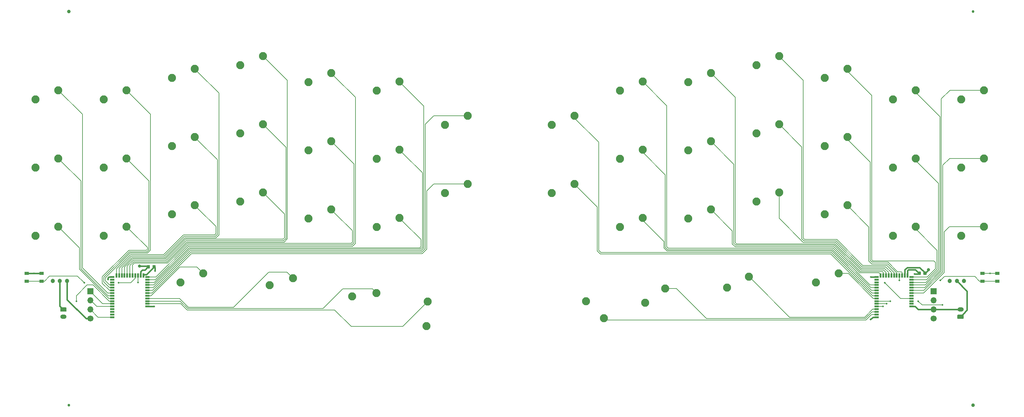
<source format=gtl>
G04 #@! TF.GenerationSoftware,KiCad,Pcbnew,(5.1.4)-1*
G04 #@! TF.CreationDate,2020-01-04T16:57:39+09:00*
G04 #@! TF.ProjectId,caravelle,63617261-7665-46c6-9c65-2e6b69636164,rev?*
G04 #@! TF.SameCoordinates,PX2faf080PY1e84800*
G04 #@! TF.FileFunction,Copper,L1,Top*
G04 #@! TF.FilePolarity,Positive*
%FSLAX46Y46*%
G04 Gerber Fmt 4.6, Leading zero omitted, Abs format (unit mm)*
G04 Created by KiCad (PCBNEW (5.1.4)-1) date 2020-01-04 16:57:39*
%MOMM*%
%LPD*%
G04 APERTURE LIST*
%ADD10C,0.100000*%
%ADD11C,0.875000*%
%ADD12C,1.200000*%
%ADD13C,0.750000*%
%ADD14C,1.000000*%
%ADD15R,1.200000X0.500000*%
%ADD16R,0.500000X1.200000*%
%ADD17C,2.250000*%
%ADD18R,1.700000X1.700000*%
%ADD19O,1.700000X1.700000*%
%ADD20C,1.700000*%
%ADD21R,1.250000X0.850000*%
%ADD22O,1.750000X1.200000*%
%ADD23C,0.500000*%
%ADD24C,0.900000*%
%ADD25C,0.200000*%
%ADD26C,0.400000*%
G04 APERTURE END LIST*
D10*
G36*
X252652691Y-82626053D02*
G01*
X252673926Y-82629203D01*
X252694750Y-82634419D01*
X252714962Y-82641651D01*
X252734368Y-82650830D01*
X252752781Y-82661866D01*
X252770024Y-82674654D01*
X252785930Y-82689070D01*
X252800346Y-82704976D01*
X252813134Y-82722219D01*
X252824170Y-82740632D01*
X252833349Y-82760038D01*
X252840581Y-82780250D01*
X252845797Y-82801074D01*
X252848947Y-82822309D01*
X252850000Y-82843750D01*
X252850000Y-83356250D01*
X252848947Y-83377691D01*
X252845797Y-83398926D01*
X252840581Y-83419750D01*
X252833349Y-83439962D01*
X252824170Y-83459368D01*
X252813134Y-83477781D01*
X252800346Y-83495024D01*
X252785930Y-83510930D01*
X252770024Y-83525346D01*
X252752781Y-83538134D01*
X252734368Y-83549170D01*
X252714962Y-83558349D01*
X252694750Y-83565581D01*
X252673926Y-83570797D01*
X252652691Y-83573947D01*
X252631250Y-83575000D01*
X252193750Y-83575000D01*
X252172309Y-83573947D01*
X252151074Y-83570797D01*
X252130250Y-83565581D01*
X252110038Y-83558349D01*
X252090632Y-83549170D01*
X252072219Y-83538134D01*
X252054976Y-83525346D01*
X252039070Y-83510930D01*
X252024654Y-83495024D01*
X252011866Y-83477781D01*
X252000830Y-83459368D01*
X251991651Y-83439962D01*
X251984419Y-83419750D01*
X251979203Y-83398926D01*
X251976053Y-83377691D01*
X251975000Y-83356250D01*
X251975000Y-82843750D01*
X251976053Y-82822309D01*
X251979203Y-82801074D01*
X251984419Y-82780250D01*
X251991651Y-82760038D01*
X252000830Y-82740632D01*
X252011866Y-82722219D01*
X252024654Y-82704976D01*
X252039070Y-82689070D01*
X252054976Y-82674654D01*
X252072219Y-82661866D01*
X252090632Y-82650830D01*
X252110038Y-82641651D01*
X252130250Y-82634419D01*
X252151074Y-82629203D01*
X252172309Y-82626053D01*
X252193750Y-82625000D01*
X252631250Y-82625000D01*
X252652691Y-82626053D01*
X252652691Y-82626053D01*
G37*
D11*
X252412500Y-83100000D03*
D10*
G36*
X254227691Y-82626053D02*
G01*
X254248926Y-82629203D01*
X254269750Y-82634419D01*
X254289962Y-82641651D01*
X254309368Y-82650830D01*
X254327781Y-82661866D01*
X254345024Y-82674654D01*
X254360930Y-82689070D01*
X254375346Y-82704976D01*
X254388134Y-82722219D01*
X254399170Y-82740632D01*
X254408349Y-82760038D01*
X254415581Y-82780250D01*
X254420797Y-82801074D01*
X254423947Y-82822309D01*
X254425000Y-82843750D01*
X254425000Y-83356250D01*
X254423947Y-83377691D01*
X254420797Y-83398926D01*
X254415581Y-83419750D01*
X254408349Y-83439962D01*
X254399170Y-83459368D01*
X254388134Y-83477781D01*
X254375346Y-83495024D01*
X254360930Y-83510930D01*
X254345024Y-83525346D01*
X254327781Y-83538134D01*
X254309368Y-83549170D01*
X254289962Y-83558349D01*
X254269750Y-83565581D01*
X254248926Y-83570797D01*
X254227691Y-83573947D01*
X254206250Y-83575000D01*
X253768750Y-83575000D01*
X253747309Y-83573947D01*
X253726074Y-83570797D01*
X253705250Y-83565581D01*
X253685038Y-83558349D01*
X253665632Y-83549170D01*
X253647219Y-83538134D01*
X253629976Y-83525346D01*
X253614070Y-83510930D01*
X253599654Y-83495024D01*
X253586866Y-83477781D01*
X253575830Y-83459368D01*
X253566651Y-83439962D01*
X253559419Y-83419750D01*
X253554203Y-83398926D01*
X253551053Y-83377691D01*
X253550000Y-83356250D01*
X253550000Y-82843750D01*
X253551053Y-82822309D01*
X253554203Y-82801074D01*
X253559419Y-82780250D01*
X253566651Y-82760038D01*
X253575830Y-82740632D01*
X253586866Y-82722219D01*
X253599654Y-82704976D01*
X253614070Y-82689070D01*
X253629976Y-82674654D01*
X253647219Y-82661866D01*
X253665632Y-82650830D01*
X253685038Y-82641651D01*
X253705250Y-82634419D01*
X253726074Y-82629203D01*
X253747309Y-82626053D01*
X253768750Y-82625000D01*
X254206250Y-82625000D01*
X254227691Y-82626053D01*
X254227691Y-82626053D01*
G37*
D11*
X253987500Y-83100000D03*
D10*
G36*
X39027691Y-80826053D02*
G01*
X39048926Y-80829203D01*
X39069750Y-80834419D01*
X39089962Y-80841651D01*
X39109368Y-80850830D01*
X39127781Y-80861866D01*
X39145024Y-80874654D01*
X39160930Y-80889070D01*
X39175346Y-80904976D01*
X39188134Y-80922219D01*
X39199170Y-80940632D01*
X39208349Y-80960038D01*
X39215581Y-80980250D01*
X39220797Y-81001074D01*
X39223947Y-81022309D01*
X39225000Y-81043750D01*
X39225000Y-81556250D01*
X39223947Y-81577691D01*
X39220797Y-81598926D01*
X39215581Y-81619750D01*
X39208349Y-81639962D01*
X39199170Y-81659368D01*
X39188134Y-81677781D01*
X39175346Y-81695024D01*
X39160930Y-81710930D01*
X39145024Y-81725346D01*
X39127781Y-81738134D01*
X39109368Y-81749170D01*
X39089962Y-81758349D01*
X39069750Y-81765581D01*
X39048926Y-81770797D01*
X39027691Y-81773947D01*
X39006250Y-81775000D01*
X38568750Y-81775000D01*
X38547309Y-81773947D01*
X38526074Y-81770797D01*
X38505250Y-81765581D01*
X38485038Y-81758349D01*
X38465632Y-81749170D01*
X38447219Y-81738134D01*
X38429976Y-81725346D01*
X38414070Y-81710930D01*
X38399654Y-81695024D01*
X38386866Y-81677781D01*
X38375830Y-81659368D01*
X38366651Y-81639962D01*
X38359419Y-81619750D01*
X38354203Y-81598926D01*
X38351053Y-81577691D01*
X38350000Y-81556250D01*
X38350000Y-81043750D01*
X38351053Y-81022309D01*
X38354203Y-81001074D01*
X38359419Y-80980250D01*
X38366651Y-80960038D01*
X38375830Y-80940632D01*
X38386866Y-80922219D01*
X38399654Y-80904976D01*
X38414070Y-80889070D01*
X38429976Y-80874654D01*
X38447219Y-80861866D01*
X38465632Y-80850830D01*
X38485038Y-80841651D01*
X38505250Y-80834419D01*
X38526074Y-80829203D01*
X38547309Y-80826053D01*
X38568750Y-80825000D01*
X39006250Y-80825000D01*
X39027691Y-80826053D01*
X39027691Y-80826053D01*
G37*
D11*
X38787500Y-81300000D03*
D10*
G36*
X37452691Y-80826053D02*
G01*
X37473926Y-80829203D01*
X37494750Y-80834419D01*
X37514962Y-80841651D01*
X37534368Y-80850830D01*
X37552781Y-80861866D01*
X37570024Y-80874654D01*
X37585930Y-80889070D01*
X37600346Y-80904976D01*
X37613134Y-80922219D01*
X37624170Y-80940632D01*
X37633349Y-80960038D01*
X37640581Y-80980250D01*
X37645797Y-81001074D01*
X37648947Y-81022309D01*
X37650000Y-81043750D01*
X37650000Y-81556250D01*
X37648947Y-81577691D01*
X37645797Y-81598926D01*
X37640581Y-81619750D01*
X37633349Y-81639962D01*
X37624170Y-81659368D01*
X37613134Y-81677781D01*
X37600346Y-81695024D01*
X37585930Y-81710930D01*
X37570024Y-81725346D01*
X37552781Y-81738134D01*
X37534368Y-81749170D01*
X37514962Y-81758349D01*
X37494750Y-81765581D01*
X37473926Y-81770797D01*
X37452691Y-81773947D01*
X37431250Y-81775000D01*
X36993750Y-81775000D01*
X36972309Y-81773947D01*
X36951074Y-81770797D01*
X36930250Y-81765581D01*
X36910038Y-81758349D01*
X36890632Y-81749170D01*
X36872219Y-81738134D01*
X36854976Y-81725346D01*
X36839070Y-81710930D01*
X36824654Y-81695024D01*
X36811866Y-81677781D01*
X36800830Y-81659368D01*
X36791651Y-81639962D01*
X36784419Y-81619750D01*
X36779203Y-81598926D01*
X36776053Y-81577691D01*
X36775000Y-81556250D01*
X36775000Y-81043750D01*
X36776053Y-81022309D01*
X36779203Y-81001074D01*
X36784419Y-80980250D01*
X36791651Y-80960038D01*
X36800830Y-80940632D01*
X36811866Y-80922219D01*
X36824654Y-80904976D01*
X36839070Y-80889070D01*
X36854976Y-80874654D01*
X36872219Y-80861866D01*
X36890632Y-80850830D01*
X36910038Y-80841651D01*
X36930250Y-80834419D01*
X36951074Y-80829203D01*
X36972309Y-80826053D01*
X36993750Y-80825000D01*
X37431250Y-80825000D01*
X37452691Y-80826053D01*
X37452691Y-80826053D01*
G37*
D11*
X37212500Y-81300000D03*
D12*
X262900000Y-85300000D03*
X264900000Y-85300000D03*
X260900000Y-85300000D03*
X12500000Y-85300000D03*
X14500000Y-85300000D03*
X10500000Y-85300000D03*
D13*
X267400000Y-10000000D03*
X15000000Y-120000000D03*
D14*
X15000000Y-10000000D03*
X267400000Y-120000000D03*
D15*
X250250000Y-92400000D03*
X250250000Y-91650000D03*
X250250000Y-90900000D03*
X250250000Y-90150000D03*
X250250000Y-89400000D03*
X250250000Y-88650000D03*
X250250000Y-87900000D03*
X250250000Y-87150000D03*
X250250000Y-86400000D03*
X250250000Y-85650000D03*
X250250000Y-84900000D03*
X250250000Y-84150000D03*
D16*
X249100000Y-83700000D03*
X248350000Y-83700000D03*
X247600000Y-83700000D03*
X246850000Y-83700000D03*
X246100000Y-83700000D03*
X245350000Y-83700000D03*
X244600000Y-83700000D03*
X243850000Y-83700000D03*
X243100000Y-83700000D03*
X242350000Y-83700000D03*
X241600000Y-83700000D03*
D15*
X240450000Y-84150000D03*
X240450000Y-84900000D03*
X240450000Y-85650000D03*
X240450000Y-86400000D03*
X240450000Y-87150000D03*
X240450000Y-87900000D03*
X240450000Y-88650000D03*
X240450000Y-89400000D03*
X240450000Y-90150000D03*
X240450000Y-90900000D03*
X240450000Y-91650000D03*
X240450000Y-92400000D03*
X240450000Y-93150000D03*
X240450000Y-93900000D03*
X240450000Y-94650000D03*
X240450000Y-95400000D03*
X36950000Y-92400000D03*
X36950000Y-91650000D03*
X36950000Y-90900000D03*
X36950000Y-90150000D03*
X36950000Y-89400000D03*
X36950000Y-88650000D03*
X36950000Y-87900000D03*
X36950000Y-87150000D03*
X36950000Y-86400000D03*
X36950000Y-85650000D03*
X36950000Y-84900000D03*
X36950000Y-84150000D03*
D16*
X35800000Y-83700000D03*
X35050000Y-83700000D03*
X34300000Y-83700000D03*
X33550000Y-83700000D03*
X32800000Y-83700000D03*
X32050000Y-83700000D03*
X31300000Y-83700000D03*
X30550000Y-83700000D03*
X29800000Y-83700000D03*
X29050000Y-83700000D03*
X28300000Y-83700000D03*
D15*
X27150000Y-84150000D03*
X27150000Y-84900000D03*
X27150000Y-85650000D03*
X27150000Y-86400000D03*
X27150000Y-87150000D03*
X27150000Y-87900000D03*
X27150000Y-88650000D03*
X27150000Y-89400000D03*
X27150000Y-90150000D03*
X27150000Y-90900000D03*
X27150000Y-91650000D03*
X27150000Y-92400000D03*
X27150000Y-93150000D03*
X27150000Y-93900000D03*
X27150000Y-94650000D03*
X27150000Y-95400000D03*
D17*
X164350420Y-95641147D03*
X159389353Y-90933502D03*
X245015000Y-72610000D03*
X251365000Y-70070000D03*
X46196250Y-85706875D03*
X52546250Y-83166875D03*
X43815000Y-66656875D03*
X50165000Y-64116875D03*
X5715000Y-72610000D03*
X12065000Y-70070000D03*
D18*
X21000000Y-88180000D03*
D19*
X21000000Y-90720000D03*
X21000000Y-93260000D03*
D20*
X21000000Y-95800000D03*
D21*
X274175000Y-85325000D03*
X270025000Y-85325000D03*
X274175000Y-83175000D03*
X270025000Y-83175000D03*
X7375000Y-85325000D03*
X3225000Y-85325000D03*
X7375000Y-83175000D03*
X3225000Y-83175000D03*
D22*
X263900000Y-93250000D03*
D10*
G36*
X264549865Y-94651202D02*
G01*
X264574095Y-94654796D01*
X264597855Y-94660748D01*
X264620918Y-94669000D01*
X264643061Y-94679472D01*
X264664070Y-94692065D01*
X264683745Y-94706657D01*
X264701894Y-94723106D01*
X264718343Y-94741255D01*
X264732935Y-94760930D01*
X264745528Y-94781939D01*
X264756000Y-94804082D01*
X264764252Y-94827145D01*
X264770204Y-94850905D01*
X264773798Y-94875135D01*
X264775000Y-94899600D01*
X264775000Y-95600400D01*
X264773798Y-95624865D01*
X264770204Y-95649095D01*
X264764252Y-95672855D01*
X264756000Y-95695918D01*
X264745528Y-95718061D01*
X264732935Y-95739070D01*
X264718343Y-95758745D01*
X264701894Y-95776894D01*
X264683745Y-95793343D01*
X264664070Y-95807935D01*
X264643061Y-95820528D01*
X264620918Y-95831000D01*
X264597855Y-95839252D01*
X264574095Y-95845204D01*
X264549865Y-95848798D01*
X264525400Y-95850000D01*
X263274600Y-95850000D01*
X263250135Y-95848798D01*
X263225905Y-95845204D01*
X263202145Y-95839252D01*
X263179082Y-95831000D01*
X263156939Y-95820528D01*
X263135930Y-95807935D01*
X263116255Y-95793343D01*
X263098106Y-95776894D01*
X263081657Y-95758745D01*
X263067065Y-95739070D01*
X263054472Y-95718061D01*
X263044000Y-95695918D01*
X263035748Y-95672855D01*
X263029796Y-95649095D01*
X263026202Y-95624865D01*
X263025000Y-95600400D01*
X263025000Y-94899600D01*
X263026202Y-94875135D01*
X263029796Y-94850905D01*
X263035748Y-94827145D01*
X263044000Y-94804082D01*
X263054472Y-94781939D01*
X263067065Y-94760930D01*
X263081657Y-94741255D01*
X263098106Y-94723106D01*
X263116255Y-94706657D01*
X263135930Y-94692065D01*
X263156939Y-94679472D01*
X263179082Y-94669000D01*
X263202145Y-94660748D01*
X263225905Y-94654796D01*
X263250135Y-94651202D01*
X263274600Y-94650000D01*
X264525400Y-94650000D01*
X264549865Y-94651202D01*
X264549865Y-94651202D01*
G37*
D12*
X263900000Y-95250000D03*
D22*
X13500000Y-95250000D03*
D10*
G36*
X14149865Y-92651202D02*
G01*
X14174095Y-92654796D01*
X14197855Y-92660748D01*
X14220918Y-92669000D01*
X14243061Y-92679472D01*
X14264070Y-92692065D01*
X14283745Y-92706657D01*
X14301894Y-92723106D01*
X14318343Y-92741255D01*
X14332935Y-92760930D01*
X14345528Y-92781939D01*
X14356000Y-92804082D01*
X14364252Y-92827145D01*
X14370204Y-92850905D01*
X14373798Y-92875135D01*
X14375000Y-92899600D01*
X14375000Y-93600400D01*
X14373798Y-93624865D01*
X14370204Y-93649095D01*
X14364252Y-93672855D01*
X14356000Y-93695918D01*
X14345528Y-93718061D01*
X14332935Y-93739070D01*
X14318343Y-93758745D01*
X14301894Y-93776894D01*
X14283745Y-93793343D01*
X14264070Y-93807935D01*
X14243061Y-93820528D01*
X14220918Y-93831000D01*
X14197855Y-93839252D01*
X14174095Y-93845204D01*
X14149865Y-93848798D01*
X14125400Y-93850000D01*
X12874600Y-93850000D01*
X12850135Y-93848798D01*
X12825905Y-93845204D01*
X12802145Y-93839252D01*
X12779082Y-93831000D01*
X12756939Y-93820528D01*
X12735930Y-93807935D01*
X12716255Y-93793343D01*
X12698106Y-93776894D01*
X12681657Y-93758745D01*
X12667065Y-93739070D01*
X12654472Y-93718061D01*
X12644000Y-93695918D01*
X12635748Y-93672855D01*
X12629796Y-93649095D01*
X12626202Y-93624865D01*
X12625000Y-93600400D01*
X12625000Y-92899600D01*
X12626202Y-92875135D01*
X12629796Y-92850905D01*
X12635748Y-92827145D01*
X12644000Y-92804082D01*
X12654472Y-92781939D01*
X12667065Y-92760930D01*
X12681657Y-92741255D01*
X12698106Y-92723106D01*
X12716255Y-92706657D01*
X12735930Y-92692065D01*
X12756939Y-92679472D01*
X12779082Y-92669000D01*
X12802145Y-92660748D01*
X12825905Y-92654796D01*
X12850135Y-92651202D01*
X12874600Y-92650000D01*
X14125400Y-92650000D01*
X14149865Y-92651202D01*
X14149865Y-92651202D01*
G37*
D12*
X13500000Y-93250000D03*
D18*
X256400000Y-88180000D03*
D19*
X256400000Y-90720000D03*
X256400000Y-93260000D03*
D20*
X256400000Y-95800000D03*
D17*
X264065000Y-72610000D03*
X270415000Y-70070000D03*
X120015000Y-60703750D03*
X126365000Y-58163750D03*
X175910664Y-91392500D03*
X181457560Y-87391745D03*
X5715000Y-34510000D03*
X12065000Y-31970000D03*
X24765000Y-34510000D03*
X31115000Y-31970000D03*
X81915000Y-29747499D03*
X88265000Y-27207499D03*
X100965000Y-32128750D03*
X107315000Y-29588750D03*
X5715000Y-53560000D03*
X12065000Y-51020000D03*
X24765000Y-53560000D03*
X31115000Y-51020000D03*
X43815000Y-47606875D03*
X50165000Y-45066875D03*
X62865000Y-44035000D03*
X69215000Y-41495000D03*
X81915000Y-48797500D03*
X88265000Y-46257500D03*
X100965000Y-51178750D03*
X107315000Y-48638750D03*
X120015000Y-41653750D03*
X126365000Y-39113750D03*
X24765000Y-72610000D03*
X31115000Y-70070000D03*
X62865000Y-63085000D03*
X69215000Y-60545000D03*
X81915000Y-67847500D03*
X88265000Y-65307500D03*
X100965000Y-70228750D03*
X107315000Y-67688750D03*
X94095682Y-89549055D03*
X100871541Y-88620708D03*
X264065000Y-34510000D03*
X270415000Y-31970000D03*
X245015000Y-34510000D03*
X251365000Y-31970000D03*
X225965000Y-28556875D03*
X232315000Y-26016875D03*
X206915000Y-24985000D03*
X213265000Y-22445000D03*
X187865000Y-29747499D03*
X194215000Y-27207499D03*
X168815000Y-32128750D03*
X175165000Y-29588750D03*
X264065000Y-53560000D03*
X270415000Y-51020000D03*
X245015000Y-53560000D03*
X251365000Y-51020000D03*
X225965000Y-47606875D03*
X232315000Y-45066875D03*
X206915000Y-44035000D03*
X213265000Y-41495000D03*
X187865000Y-48797500D03*
X194215000Y-46257500D03*
X168815000Y-51178750D03*
X175165000Y-48638750D03*
X149765000Y-41653750D03*
X156115000Y-39113750D03*
X225965000Y-66656875D03*
X232315000Y-64116875D03*
X206915000Y-63085000D03*
X213265000Y-60545000D03*
X187865000Y-67847500D03*
X194215000Y-65307500D03*
X168815000Y-70228750D03*
X175165000Y-67688750D03*
X149765000Y-60703750D03*
X156115000Y-58163750D03*
X43815000Y-28556875D03*
X50165000Y-26016875D03*
X62865000Y-24985000D03*
X69215000Y-22445000D03*
X71049207Y-86474349D03*
X77599859Y-84508884D03*
X223583750Y-85706875D03*
X229933750Y-83166875D03*
X198760959Y-87151724D03*
X204860028Y-84057301D03*
X114826499Y-97856335D03*
X115172344Y-91025925D03*
D23*
X38800000Y-92400000D03*
X25900000Y-84849996D03*
X5300000Y-83175000D03*
X39100000Y-82500000D03*
D24*
X34700000Y-81100000D03*
X255000000Y-82100000D03*
D23*
X238800000Y-96050000D03*
X238900000Y-84150000D03*
X272125000Y-83175000D03*
X251100000Y-83300000D03*
X243250000Y-91650000D03*
X242300000Y-92400000D03*
X17100000Y-90900001D03*
X244300000Y-90900000D03*
X252099976Y-90900000D03*
X258890002Y-91990000D03*
X19300000Y-85800000D03*
X28900000Y-85800010D03*
X246850000Y-85099996D03*
X258280000Y-85130000D03*
X34300000Y-85700000D03*
X242750000Y-85750000D03*
D25*
X249700000Y-91751155D02*
X249701155Y-91750000D01*
X23140000Y-95400000D02*
X21000000Y-93260000D01*
X27150000Y-95400000D02*
X23140000Y-95400000D01*
D26*
X4250000Y-83175000D02*
X5325000Y-83175000D01*
X3225000Y-83175000D02*
X4250000Y-83175000D01*
X5325000Y-83175000D02*
X7375000Y-83175000D01*
X36950000Y-92400000D02*
X38800000Y-92400000D01*
X27150000Y-84150000D02*
X26150000Y-84150000D01*
X26150000Y-84150000D02*
X25900000Y-84400000D01*
X25900000Y-84496443D02*
X25900000Y-84849996D01*
X25900000Y-84400000D02*
X25900000Y-84496443D01*
X38375928Y-81799072D02*
X38875000Y-81300000D01*
X36675001Y-83499999D02*
X38375928Y-81799072D01*
X36000001Y-83499999D02*
X36675001Y-83499999D01*
X35800000Y-83700000D02*
X36000001Y-83499999D01*
X39100000Y-81525000D02*
X38875000Y-81300000D01*
X39100000Y-82500000D02*
X39100000Y-81525000D01*
X14499960Y-90502041D02*
X14499960Y-85300000D01*
X21000000Y-95800000D02*
X19797919Y-95800000D01*
X19797919Y-95800000D02*
X14499960Y-90502041D01*
X36925000Y-81100000D02*
X37125000Y-81300000D01*
X34700000Y-81100000D02*
X36925000Y-81100000D01*
X36225000Y-82200000D02*
X37125000Y-81300000D01*
X35500000Y-82200000D02*
X36225000Y-82200000D01*
X35050000Y-83700000D02*
X35050000Y-82650000D01*
X35050000Y-82650000D02*
X35500000Y-82200000D01*
D25*
X26350000Y-92400000D02*
X27150000Y-92400000D01*
X22800000Y-92400000D02*
X26350000Y-92400000D01*
X21120000Y-90720000D02*
X22800000Y-92400000D01*
X26350000Y-91650000D02*
X27150000Y-91650000D01*
X24450000Y-91650000D02*
X26350000Y-91650000D01*
X21000000Y-88200000D02*
X24450000Y-91650000D01*
D26*
X248350000Y-83700000D02*
X248350000Y-82150000D01*
X249000000Y-81500000D02*
X252475000Y-81500000D01*
X248350000Y-82150000D02*
X249000000Y-81500000D01*
X252475000Y-81500000D02*
X254075000Y-83100000D01*
X254075000Y-83100000D02*
X255000000Y-82175000D01*
X255000000Y-82175000D02*
X255000000Y-82100000D01*
X239450000Y-95400000D02*
X238800000Y-96050000D01*
X240450000Y-95400000D02*
X239450000Y-95400000D01*
X238800000Y-96050000D02*
X238800000Y-96050000D01*
X238900000Y-84150000D02*
X240450000Y-84150000D01*
D25*
X270850000Y-83175000D02*
X272125000Y-83175000D01*
X270025000Y-83175000D02*
X270850000Y-83175000D01*
X272125000Y-83175000D02*
X274175000Y-83175000D01*
D26*
X263890000Y-93260000D02*
X263900000Y-93250000D01*
X256400000Y-93260000D02*
X263890000Y-93260000D01*
X252125000Y-83300000D02*
X251100000Y-83300000D01*
X252325000Y-83100000D02*
X252125000Y-83300000D01*
X251825928Y-82600928D02*
X252325000Y-83100000D01*
X251325000Y-82100000D02*
X251825928Y-82600928D01*
X249400000Y-82100000D02*
X251325000Y-82100000D01*
X249100000Y-83700000D02*
X249100000Y-82400000D01*
X249100000Y-82400000D02*
X249400000Y-82100000D01*
X252110000Y-93260000D02*
X255197919Y-93260000D01*
X255197919Y-93260000D02*
X256400000Y-93260000D01*
X251250000Y-92400000D02*
X252110000Y-93260000D01*
X250250000Y-92400000D02*
X251250000Y-92400000D01*
D25*
X240450000Y-91650000D02*
X243250000Y-91650000D01*
X240450000Y-92400000D02*
X242300000Y-92400000D01*
X12070000Y-31970000D02*
X12065000Y-31970000D01*
X18800022Y-38700022D02*
X12070000Y-31970000D01*
X18800022Y-81600022D02*
X18800022Y-38700022D01*
X27150000Y-88650000D02*
X25850000Y-88650000D01*
X25850000Y-88650000D02*
X18800022Y-81600022D01*
X31650000Y-32550000D02*
X31075000Y-32550000D01*
X37800022Y-38700022D02*
X31650000Y-32550000D01*
X36965777Y-77499923D02*
X37800022Y-76665678D01*
X32081477Y-77499923D02*
X36965777Y-77499923D01*
X25150000Y-84431400D02*
X32081477Y-77499923D01*
X25150000Y-85200000D02*
X25150000Y-84431400D01*
X27150000Y-86400000D02*
X26350000Y-86400000D01*
X26350000Y-86400000D02*
X25150000Y-85200000D01*
X37800022Y-76665678D02*
X37800022Y-38700022D01*
X56900022Y-32751897D02*
X51289999Y-27141874D01*
X51289999Y-27141874D02*
X50165000Y-26016875D01*
X56900022Y-72399978D02*
X56900022Y-32751897D01*
X32612244Y-78699956D02*
X41887244Y-78699956D01*
X29800000Y-81512200D02*
X32612244Y-78699956D01*
X29800000Y-83700000D02*
X29800000Y-81512200D01*
X41887244Y-78699956D02*
X47387321Y-73199879D01*
X47387321Y-73199879D02*
X56100121Y-73199879D01*
X56100121Y-73199879D02*
X56900022Y-72399978D01*
X76000000Y-29230000D02*
X70339999Y-23569999D01*
X32050000Y-83700000D02*
X32050000Y-80959300D01*
X70339999Y-23569999D02*
X69215000Y-22445000D01*
X76000000Y-73531400D02*
X76000000Y-29230000D01*
X42384311Y-79899989D02*
X47884388Y-74399912D01*
X32050000Y-80959300D02*
X33109311Y-79899989D01*
X75131488Y-74399912D02*
X76000000Y-73531400D01*
X47884388Y-74399912D02*
X75131488Y-74399912D01*
X33109311Y-79899989D02*
X42384311Y-79899989D01*
X39105800Y-84900000D02*
X48405855Y-75599945D01*
X89389999Y-28332498D02*
X88265000Y-27207499D01*
X36950000Y-84900000D02*
X39105800Y-84900000D01*
X48405855Y-75599945D02*
X94165755Y-75599945D01*
X94165755Y-75599945D02*
X95000022Y-74765678D01*
X95000022Y-74765678D02*
X95000022Y-33942521D01*
X95000022Y-33942521D02*
X89389999Y-28332498D01*
X36950000Y-87150000D02*
X38552900Y-87150000D01*
X114099978Y-36373728D02*
X108439999Y-30713749D01*
X108439999Y-30713749D02*
X107315000Y-29588750D01*
X114099978Y-76031422D02*
X114099978Y-36373728D01*
X113331422Y-76799978D02*
X114099978Y-76031422D01*
X48902922Y-76799978D02*
X113331422Y-76799978D01*
X38552900Y-87150000D02*
X48902922Y-76799978D01*
X18400011Y-81834311D02*
X18400011Y-57355011D01*
X13189999Y-52144999D02*
X12065000Y-51020000D01*
X25965700Y-89400000D02*
X18400011Y-81834311D01*
X27150000Y-89400000D02*
X25965700Y-89400000D01*
X18400011Y-57355011D02*
X13189999Y-52144999D01*
X37400011Y-76499989D02*
X37400011Y-57305011D01*
X37400011Y-57305011D02*
X32239999Y-52144999D01*
X32239999Y-52144999D02*
X31115000Y-51020000D01*
X26350000Y-87150000D02*
X24749989Y-85549989D01*
X36800088Y-77099912D02*
X37400011Y-76499989D01*
X24749989Y-85549989D02*
X24749989Y-84265711D01*
X31915788Y-77099912D02*
X36800088Y-77099912D01*
X27150000Y-87150000D02*
X26350000Y-87150000D01*
X24749989Y-84265711D02*
X31915788Y-77099912D01*
X55934432Y-72799868D02*
X56500011Y-72234289D01*
X56500011Y-72234289D02*
X56500011Y-51401886D01*
X56500011Y-51401886D02*
X51289999Y-46191874D01*
X32412855Y-78299945D02*
X41721555Y-78299945D01*
X47221632Y-72799868D02*
X55934432Y-72799868D01*
X41721555Y-78299945D02*
X47221632Y-72799868D01*
X51289999Y-46191874D02*
X50165000Y-45066875D01*
X29050000Y-81662800D02*
X32412855Y-78299945D01*
X29050000Y-83700000D02*
X29050000Y-81662800D01*
X32943622Y-79499978D02*
X42218622Y-79499978D01*
X74965799Y-73999901D02*
X75599989Y-73365711D01*
X31300000Y-83700000D02*
X31300000Y-81143600D01*
X47718699Y-73999901D02*
X74965799Y-73999901D01*
X75599989Y-73365711D02*
X75599989Y-47879989D01*
X42218622Y-79499978D02*
X47718699Y-73999901D01*
X70339999Y-42619999D02*
X69215000Y-41495000D01*
X75599989Y-47879989D02*
X70339999Y-42619999D01*
X31300000Y-81143600D02*
X32943622Y-79499978D01*
X94600011Y-74599989D02*
X94000066Y-75199934D01*
X88265000Y-46257500D02*
X94600011Y-52592511D01*
X48240166Y-75199934D02*
X39290100Y-84150000D01*
X37750000Y-84150000D02*
X36950000Y-84150000D01*
X94000066Y-75199934D02*
X48240166Y-75199934D01*
X39290100Y-84150000D02*
X37750000Y-84150000D01*
X94600011Y-52592511D02*
X94600011Y-74599989D01*
X48737233Y-76399967D02*
X113165733Y-76399967D01*
X36950000Y-86400000D02*
X38737200Y-86400000D01*
X113699967Y-55023717D02*
X108439999Y-49763749D01*
X113165733Y-76399967D02*
X113699967Y-75865733D01*
X38737200Y-86400000D02*
X48737233Y-76399967D01*
X113699967Y-75865733D02*
X113699967Y-55023717D01*
X108439999Y-49763749D02*
X107315000Y-48638750D01*
X38368600Y-87900000D02*
X36950000Y-87900000D01*
X116836250Y-39113750D02*
X114499989Y-41450011D01*
X126365000Y-39113750D02*
X116836250Y-39113750D01*
X114499989Y-41450011D02*
X114499989Y-76197111D01*
X114499989Y-76197111D02*
X113497111Y-77199989D01*
X113497111Y-77199989D02*
X49068611Y-77199989D01*
X49068611Y-77199989D02*
X38368600Y-87900000D01*
X12070000Y-70070000D02*
X12065000Y-70070000D01*
X18000000Y-76000000D02*
X12070000Y-70070000D01*
X18000000Y-82000000D02*
X18000000Y-76000000D01*
X26150000Y-90150000D02*
X18000000Y-82000000D01*
X27150000Y-90150000D02*
X26150000Y-90150000D01*
X32239999Y-71194999D02*
X31115000Y-70070000D01*
X37000000Y-75955000D02*
X32239999Y-71194999D01*
X37000000Y-76334300D02*
X37000000Y-75955000D01*
X26350000Y-87900000D02*
X24349978Y-85899978D01*
X27150000Y-87900000D02*
X26350000Y-87900000D01*
X24349978Y-85899978D02*
X24349978Y-84100022D01*
X24349978Y-84100022D02*
X31750099Y-76699901D01*
X31750099Y-76699901D02*
X36634399Y-76699901D01*
X36634399Y-76699901D02*
X37000000Y-76334300D01*
X28300000Y-81847100D02*
X32247166Y-77899934D01*
X32247166Y-77899934D02*
X41555866Y-77899934D01*
X55768743Y-72399857D02*
X56100000Y-72068600D01*
X56100000Y-72068600D02*
X56100000Y-70051875D01*
X56100000Y-70051875D02*
X51289999Y-65241874D01*
X51289999Y-65241874D02*
X50165000Y-64116875D01*
X41555866Y-77899934D02*
X47055943Y-72399857D01*
X28300000Y-83700000D02*
X28300000Y-81847100D01*
X47055943Y-72399857D02*
X55768743Y-72399857D01*
X75199978Y-66529978D02*
X70339999Y-61669999D01*
X30550000Y-83700000D02*
X30550000Y-81327900D01*
X70339999Y-61669999D02*
X69215000Y-60545000D01*
X75199978Y-73200022D02*
X75199978Y-66529978D01*
X74800110Y-73599890D02*
X75199978Y-73200022D01*
X47553010Y-73599890D02*
X74800110Y-73599890D01*
X42052933Y-79099967D02*
X47553010Y-73599890D01*
X32777933Y-79099967D02*
X42052933Y-79099967D01*
X30550000Y-81327900D02*
X32777933Y-79099967D01*
X89389999Y-66432499D02*
X88265000Y-65307500D01*
X94200000Y-71242500D02*
X89389999Y-66432499D01*
X94200000Y-74434300D02*
X94200000Y-71242500D01*
X93834377Y-74799923D02*
X94200000Y-74434300D01*
X48050077Y-74799923D02*
X93834377Y-74799923D01*
X42550000Y-80300000D02*
X48050077Y-74799923D01*
X33275000Y-80300000D02*
X42550000Y-80300000D01*
X32800000Y-80775000D02*
X33275000Y-80300000D01*
X32800000Y-83700000D02*
X32800000Y-80775000D01*
X36950000Y-85650000D02*
X38921500Y-85650000D01*
X48571544Y-75999956D02*
X113000044Y-75999956D01*
X113000044Y-75999956D02*
X113299956Y-75700044D01*
X38921500Y-85650000D02*
X48571544Y-75999956D01*
X113299956Y-75700044D02*
X113299956Y-73673706D01*
X108439999Y-68813749D02*
X107315000Y-67688750D01*
X113299956Y-73673706D02*
X108439999Y-68813749D01*
X126363750Y-58163750D02*
X126365000Y-58163750D01*
X38184300Y-88650000D02*
X36950000Y-88650000D01*
X116836250Y-58163750D02*
X114900000Y-60100000D01*
X126365000Y-58163750D02*
X116836250Y-58163750D01*
X114900000Y-60100000D02*
X114900000Y-76362800D01*
X114900000Y-76362800D02*
X113662800Y-77600000D01*
X113662800Y-77600000D02*
X49234300Y-77600000D01*
X49234300Y-77600000D02*
X38184300Y-88650000D01*
X38000000Y-89400000D02*
X36950000Y-89400000D01*
X46000000Y-81400000D02*
X38000000Y-89400000D01*
X50779375Y-81400000D02*
X46000000Y-81400000D01*
X52546250Y-83166875D02*
X50779375Y-81400000D01*
X36950000Y-90150000D02*
X45881400Y-90150000D01*
X45881400Y-90150000D02*
X48331378Y-92599978D01*
X48331378Y-92599978D02*
X61000022Y-92599978D01*
X70800000Y-82800000D02*
X75859196Y-82800000D01*
X75859196Y-82800000D02*
X77662314Y-84603118D01*
X61000022Y-92599978D02*
X70800000Y-82800000D01*
X36950000Y-90900000D02*
X46065700Y-90900000D01*
X91504291Y-87495709D02*
X99746542Y-87495709D01*
X86000011Y-92999989D02*
X91504291Y-87495709D01*
X48165689Y-92999989D02*
X86000011Y-92999989D01*
X46065700Y-90900000D02*
X48165689Y-92999989D01*
X99746542Y-87495709D02*
X100871541Y-88620708D01*
X114047345Y-92150924D02*
X115172344Y-91025925D01*
X108198269Y-98000000D02*
X114047345Y-92150924D01*
X93800000Y-98000000D02*
X108198269Y-98000000D01*
X36950000Y-91650000D02*
X46250000Y-91650000D01*
X89200000Y-93400000D02*
X93800000Y-98000000D01*
X46250000Y-91650000D02*
X48000000Y-93400000D01*
X48000000Y-93400000D02*
X89200000Y-93400000D01*
X268824010Y-31970000D02*
X270415000Y-31970000D01*
X258550033Y-82512767D02*
X258550033Y-34349967D01*
X258550033Y-34349967D02*
X260930000Y-31970000D01*
X250250000Y-87150000D02*
X253912800Y-87150000D01*
X260930000Y-31970000D02*
X268824010Y-31970000D01*
X253912800Y-87150000D02*
X258550033Y-82512767D01*
X258150022Y-39375022D02*
X251325000Y-32550000D01*
X258150022Y-82347078D02*
X258150022Y-39375022D01*
X254097100Y-86400000D02*
X258150022Y-82347078D01*
X250250000Y-86400000D02*
X254097100Y-86400000D01*
X250250000Y-84150000D02*
X254650000Y-84150000D01*
X239100000Y-79350000D02*
X239100000Y-33421875D01*
X256900000Y-81900000D02*
X256900000Y-80100000D01*
X256900000Y-80100000D02*
X256450000Y-79650000D01*
X256450000Y-79650000D02*
X239400000Y-79650000D01*
X239100000Y-33421875D02*
X232275000Y-26596875D01*
X254650000Y-84150000D02*
X256900000Y-81900000D01*
X239400000Y-79650000D02*
X239100000Y-79350000D01*
X245350000Y-82950000D02*
X245350000Y-83700000D01*
X236600000Y-80950000D02*
X243350000Y-80950000D01*
X229349979Y-73699979D02*
X236600000Y-80950000D01*
X213825000Y-23025000D02*
X220000000Y-29200000D01*
X243350000Y-80950000D02*
X245350000Y-82950000D01*
X220000000Y-29200000D02*
X220000000Y-73300000D01*
X220000000Y-73300000D02*
X220399904Y-73699904D01*
X223131369Y-73699979D02*
X229349979Y-73699979D01*
X213225000Y-23025000D02*
X213825000Y-23025000D01*
X220399904Y-73699904D02*
X223131296Y-73699906D01*
X223131296Y-73699906D02*
X223131369Y-73699979D01*
X228852912Y-74900012D02*
X236152878Y-82199978D01*
X242399978Y-82199978D02*
X243100000Y-82900000D01*
X201000000Y-33992499D02*
X201000000Y-74500000D01*
X201399927Y-74899927D02*
X222634228Y-74899938D01*
X222634228Y-74899938D02*
X222634302Y-74900012D01*
X243100000Y-82900000D02*
X243100000Y-83700000D01*
X236152878Y-82199978D02*
X242399978Y-82199978D01*
X222634302Y-74900012D02*
X228852912Y-74900012D01*
X194215000Y-27207499D02*
X201000000Y-33992499D01*
X201000000Y-74500000D02*
X201399927Y-74899927D01*
X181900011Y-36323761D02*
X181900011Y-75700011D01*
X175165000Y-29588750D02*
X181900011Y-36323761D01*
X182299956Y-76099956D02*
X183697188Y-76099956D01*
X222137235Y-76100045D02*
X228355845Y-76100045D01*
X238655800Y-86400000D02*
X239650000Y-86400000D01*
X239650000Y-86400000D02*
X240450000Y-86400000D01*
X181900011Y-75700011D02*
X182299956Y-76099956D01*
X202920611Y-76099959D02*
X222137156Y-76099966D01*
X228355845Y-76100045D02*
X238655800Y-86400000D01*
X222137156Y-76099966D02*
X222137235Y-76100045D01*
X183697188Y-76099956D02*
X202920611Y-76099959D01*
X250250000Y-87900000D02*
X253728500Y-87900000D01*
X253728500Y-87900000D02*
X258950044Y-82678456D01*
X258950044Y-52949956D02*
X260880000Y-51020000D01*
X258950044Y-82678456D02*
X258950044Y-52949956D01*
X268824010Y-51020000D02*
X270415000Y-51020000D01*
X260880000Y-51020000D02*
X268824010Y-51020000D01*
X254281400Y-85650000D02*
X257750011Y-82181389D01*
X250250000Y-85650000D02*
X254281400Y-85650000D01*
X257750011Y-58025011D02*
X251325000Y-51600000D01*
X257750011Y-82181389D02*
X257750011Y-58025011D01*
X238699989Y-52071864D02*
X232275000Y-45646875D01*
X238699989Y-79515689D02*
X238699989Y-52071864D01*
X247600000Y-82850000D02*
X247430000Y-82680000D01*
X247600000Y-83700000D02*
X247600000Y-82850000D01*
X247430000Y-82680000D02*
X246350000Y-82680000D01*
X246350000Y-82680000D02*
X243720011Y-80050011D01*
X243720011Y-80050011D02*
X239234311Y-80050011D01*
X239234311Y-80050011D02*
X238699989Y-79515689D01*
X220234219Y-74099915D02*
X222965606Y-74099916D01*
X244600000Y-82900000D02*
X244600000Y-83700000D01*
X222965680Y-74099990D02*
X229184290Y-74099990D01*
X236434311Y-81350011D02*
X243050011Y-81350011D01*
X222965606Y-74099916D02*
X222965680Y-74099990D01*
X243050011Y-81350011D02*
X244600000Y-82900000D01*
X229184290Y-74099990D02*
X236434311Y-81350011D01*
X220234214Y-74099914D02*
X220234219Y-74099915D01*
X219599989Y-73465689D02*
X220234214Y-74099914D01*
X219599989Y-47829989D02*
X219599989Y-73465689D01*
X213265000Y-41495000D02*
X219599989Y-47829989D01*
X203251988Y-75299938D02*
X222468537Y-75299947D01*
X194215000Y-46257500D02*
X200599989Y-52642489D01*
X228687223Y-75300023D02*
X235987189Y-82599989D01*
X242049989Y-82599989D02*
X242350000Y-82900000D01*
X200599989Y-74734219D02*
X201165709Y-75299938D01*
X222468613Y-75300023D02*
X228687223Y-75300023D01*
X222468537Y-75299947D02*
X222468613Y-75300023D01*
X201165709Y-75299938D02*
X203251988Y-75299938D01*
X235987189Y-82599989D02*
X242049989Y-82599989D01*
X242350000Y-82900000D02*
X242350000Y-83700000D01*
X200599989Y-52642489D02*
X200599989Y-74734219D01*
X228190156Y-76500056D02*
X238840100Y-87150000D01*
X239650000Y-87150000D02*
X240450000Y-87150000D01*
X175125000Y-49218750D02*
X181500000Y-55593750D01*
X186809014Y-76499967D02*
X202754923Y-76499969D01*
X181500000Y-55593750D02*
X181500000Y-75865700D01*
X202754923Y-76499969D02*
X221971466Y-76499976D01*
X221971466Y-76499976D02*
X221971546Y-76500056D01*
X221971546Y-76500056D02*
X228190156Y-76500056D01*
X238840100Y-87150000D02*
X239650000Y-87150000D01*
X181500000Y-75865700D02*
X182134267Y-76499967D01*
X182134267Y-76499967D02*
X186809014Y-76499967D01*
X221640086Y-77299996D02*
X221065904Y-77299996D01*
X162900000Y-46518750D02*
X156075000Y-39693750D01*
X190266696Y-77299990D02*
X163499989Y-77299989D01*
X163499989Y-77299989D02*
X162900000Y-76700000D01*
X239208700Y-88650000D02*
X227858778Y-77300078D01*
X162900000Y-76700000D02*
X162900000Y-46518750D01*
X227858778Y-77300078D02*
X221640168Y-77300078D01*
X240450000Y-88650000D02*
X239208700Y-88650000D01*
X221640168Y-77300078D02*
X221640086Y-77299996D01*
X221065904Y-77299996D02*
X190266696Y-77299990D01*
X260830000Y-70070000D02*
X268824010Y-70070000D01*
X268824010Y-70070000D02*
X270415000Y-70070000D01*
X259350055Y-71549945D02*
X260830000Y-70070000D01*
X259350055Y-82928445D02*
X259350055Y-71549945D01*
X253628500Y-88650000D02*
X259350055Y-82928445D01*
X250250000Y-88650000D02*
X253628500Y-88650000D01*
X250250000Y-84900000D02*
X254465700Y-84900000D01*
X254465700Y-84900000D02*
X257350000Y-82015700D01*
X257350000Y-76675000D02*
X251325000Y-70650000D01*
X257350000Y-82015700D02*
X257350000Y-76675000D01*
X243600000Y-80500000D02*
X239100000Y-80500000D01*
X246100000Y-83000000D02*
X243600000Y-80500000D01*
X246100000Y-83700000D02*
X246100000Y-83000000D01*
X239100000Y-80500000D02*
X238299980Y-79699980D01*
X238299980Y-79699980D02*
X238299980Y-70199980D01*
X238299980Y-70199980D02*
X232315000Y-64215000D01*
X232315000Y-64215000D02*
X232315000Y-64116875D01*
X213265000Y-62135990D02*
X213265000Y-60545000D01*
X219999923Y-74499923D02*
X213265000Y-67765000D01*
X222799916Y-74499926D02*
X219999923Y-74499923D01*
X213265000Y-67765000D02*
X213265000Y-62135990D01*
X243850000Y-83700000D02*
X243850000Y-82900000D01*
X243850000Y-82900000D02*
X242700022Y-81750022D01*
X242700022Y-81750022D02*
X236268622Y-81750022D01*
X236268622Y-81750022D02*
X229018601Y-74500001D01*
X229018601Y-74500001D02*
X222799991Y-74500001D01*
X222799991Y-74500001D02*
X222799916Y-74499926D01*
X241200000Y-83000000D02*
X241450000Y-83250000D01*
X235821500Y-83000000D02*
X241200000Y-83000000D01*
X222302924Y-75700034D02*
X228521534Y-75700034D01*
X222302846Y-75699956D02*
X222302924Y-75700034D01*
X201000020Y-75699949D02*
X203086299Y-75699949D01*
X228521534Y-75700034D02*
X235821500Y-83000000D01*
X200199978Y-74899909D02*
X201000020Y-75699949D01*
X200199978Y-71292478D02*
X200199978Y-74899909D01*
X194215000Y-65307500D02*
X200199978Y-71292478D01*
X203086299Y-75699949D02*
X222302846Y-75699956D01*
X221805857Y-76900067D02*
X221805776Y-76899986D01*
X181099989Y-74243739D02*
X175125000Y-68268750D01*
X240450000Y-87900000D02*
X239024400Y-87900000D01*
X221805776Y-76899986D02*
X181968578Y-76899978D01*
X228024467Y-76900067D02*
X221805857Y-76900067D01*
X239024400Y-87900000D02*
X228024467Y-76900067D01*
X181968578Y-76899978D02*
X181099989Y-76031389D01*
X181099989Y-76031389D02*
X181099989Y-74243739D01*
X163334300Y-77700000D02*
X162499989Y-76865689D01*
X221474400Y-77700000D02*
X163334300Y-77700000D01*
X162499989Y-76865689D02*
X162499989Y-64599989D01*
X156643750Y-58743750D02*
X156075000Y-58743750D01*
X162499989Y-64599989D02*
X156643750Y-58743750D01*
X227693089Y-77700089D02*
X221474488Y-77700088D01*
X240450000Y-89400000D02*
X239393000Y-89400000D01*
X239393000Y-89400000D02*
X227693089Y-77700089D01*
X239550000Y-90150000D02*
X240450000Y-90150000D01*
X229933750Y-83166875D02*
X232566875Y-83166875D01*
X232566875Y-83166875D02*
X239550000Y-90150000D01*
X237168318Y-95400282D02*
X216203009Y-95400282D01*
X216203009Y-95400282D02*
X205985027Y-85182300D01*
X205985027Y-85182300D02*
X204860028Y-84057301D01*
X239418600Y-93150000D02*
X237168318Y-95400282D01*
X240450000Y-93150000D02*
X239418600Y-93150000D01*
X239050000Y-94650000D02*
X240450000Y-94650000D01*
X237499697Y-96200303D02*
X239050000Y-94650000D01*
X164350420Y-95641147D02*
X164909576Y-96200303D01*
X164909576Y-96200303D02*
X237499697Y-96200303D01*
X237334009Y-95800293D02*
X239234302Y-93900000D01*
X193000292Y-95800292D02*
X237334009Y-95800293D01*
X184591745Y-87391745D02*
X193000292Y-95800292D01*
X239234302Y-93900000D02*
X240450000Y-93900000D01*
X181457560Y-87391745D02*
X184591745Y-87391745D01*
D26*
X12500000Y-92250000D02*
X13500000Y-93250000D01*
X12500000Y-85300000D02*
X12500000Y-92250000D01*
X264570710Y-94579290D02*
X263900000Y-95250000D01*
X265750000Y-93400000D02*
X264570710Y-94579290D01*
X262900000Y-85300000D02*
X265750000Y-88150000D01*
X265750000Y-88150000D02*
X265750000Y-93400000D01*
D25*
X17100000Y-90546448D02*
X17100000Y-90900001D01*
X17100000Y-89400000D02*
X17100000Y-90546448D01*
X20100000Y-86400000D02*
X17100000Y-89400000D01*
X21800000Y-86400000D02*
X20100000Y-86400000D01*
X27150000Y-90900000D02*
X26300000Y-90900000D01*
X26300000Y-90900000D02*
X21800000Y-86400000D01*
X240450000Y-90900000D02*
X244300000Y-90900000D01*
X252099976Y-90900000D02*
X253189976Y-91990000D01*
X258536449Y-91990000D02*
X258890002Y-91990000D01*
X253189976Y-91990000D02*
X258536449Y-91990000D01*
X5475000Y-85325000D02*
X5275000Y-85325000D01*
X5475000Y-85325000D02*
X7375000Y-85325000D01*
X3225000Y-85325000D02*
X5475000Y-85325000D01*
X19050001Y-85550001D02*
X19300000Y-85800000D01*
X17400000Y-83900000D02*
X19050001Y-85550001D01*
X9625000Y-83900000D02*
X17400000Y-83900000D01*
X8200000Y-85325000D02*
X9625000Y-83900000D01*
X7375000Y-85325000D02*
X8200000Y-85325000D01*
X29253553Y-85800010D02*
X28900000Y-85800010D01*
X33550000Y-83700000D02*
X33550000Y-84500000D01*
X32249990Y-85800010D02*
X29253553Y-85800010D01*
X33550000Y-84500000D02*
X32249990Y-85800010D01*
X270025000Y-85325000D02*
X272175000Y-85325000D01*
X272175000Y-85325000D02*
X274175000Y-85325000D01*
X246850000Y-83700000D02*
X246850000Y-85099996D01*
X269200000Y-85325000D02*
X267875000Y-84000000D01*
X267875000Y-84000000D02*
X259410000Y-84000000D01*
X259410000Y-84000000D02*
X258529999Y-84880001D01*
X270025000Y-85325000D02*
X269200000Y-85325000D01*
X258529999Y-84880001D02*
X258280000Y-85130000D01*
X34300000Y-83700000D02*
X34300000Y-85700000D01*
X247150000Y-90150000D02*
X250250000Y-90150000D01*
X242750000Y-85750000D02*
X247150000Y-90150000D01*
M02*

</source>
